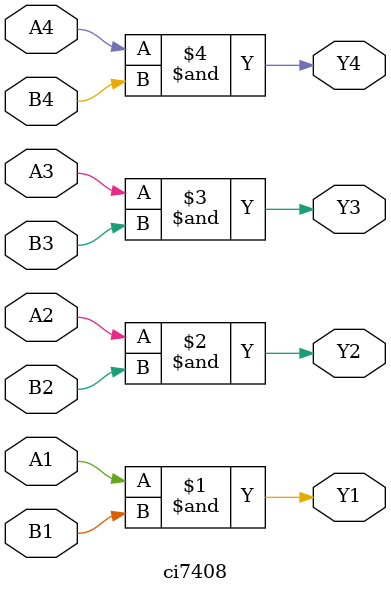
<source format=v>
module ci7408 (
	input A1, A2, A3, A4,
	input B1, B2, B3, B4,
	output Y1, Y2, Y3, Y4
);

assign Y1 = A1 & B1;
assign Y2 = A2 & B2;
assign Y3 = A3 & B3;
assign Y4 = A4 & B4;

endmodule


</source>
